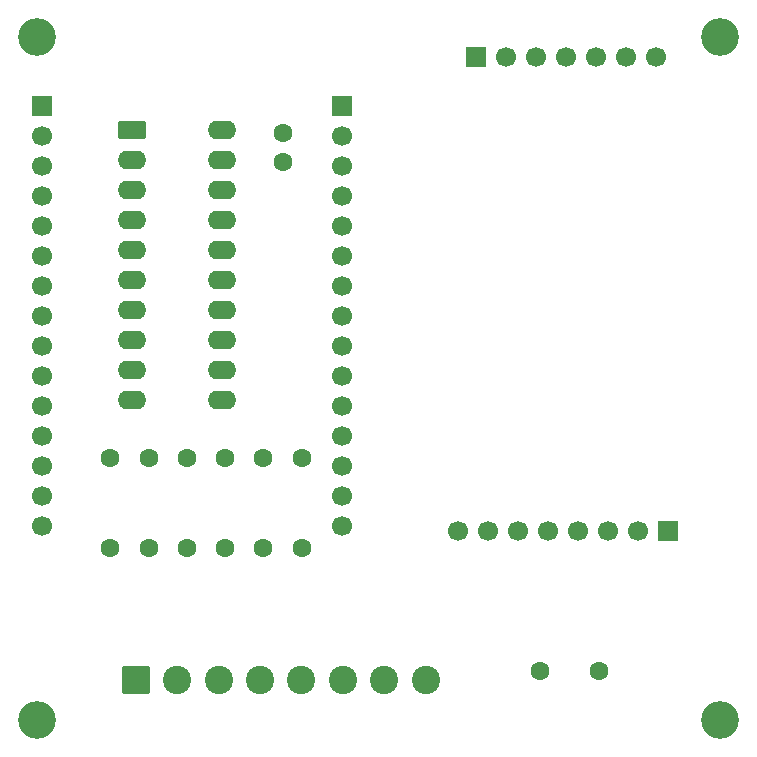
<source format=gts>
%TF.GenerationSoftware,KiCad,Pcbnew,9.0.5*%
%TF.CreationDate,2025-12-28T14:17:38+02:00*%
%TF.ProjectId,base-schematic-02,62617365-2d73-4636-9865-6d617469632d,rev?*%
%TF.SameCoordinates,Original*%
%TF.FileFunction,Soldermask,Top*%
%TF.FilePolarity,Negative*%
%FSLAX46Y46*%
G04 Gerber Fmt 4.6, Leading zero omitted, Abs format (unit mm)*
G04 Created by KiCad (PCBNEW 9.0.5) date 2025-12-28 14:17:38*
%MOMM*%
%LPD*%
G01*
G04 APERTURE LIST*
G04 Aperture macros list*
%AMRoundRect*
0 Rectangle with rounded corners*
0 $1 Rounding radius*
0 $2 $3 $4 $5 $6 $7 $8 $9 X,Y pos of 4 corners*
0 Add a 4 corners polygon primitive as box body*
4,1,4,$2,$3,$4,$5,$6,$7,$8,$9,$2,$3,0*
0 Add four circle primitives for the rounded corners*
1,1,$1+$1,$2,$3*
1,1,$1+$1,$4,$5*
1,1,$1+$1,$6,$7*
1,1,$1+$1,$8,$9*
0 Add four rect primitives between the rounded corners*
20,1,$1+$1,$2,$3,$4,$5,0*
20,1,$1+$1,$4,$5,$6,$7,0*
20,1,$1+$1,$6,$7,$8,$9,0*
20,1,$1+$1,$8,$9,$2,$3,0*%
G04 Aperture macros list end*
%ADD10C,1.600000*%
%ADD11C,2.400000*%
%ADD12RoundRect,0.250001X-0.949999X-0.949999X0.949999X-0.949999X0.949999X0.949999X-0.949999X0.949999X0*%
%ADD13R,1.700000X1.700000*%
%ADD14C,1.700000*%
%ADD15C,3.200000*%
%ADD16RoundRect,0.250000X-0.950000X-0.550000X0.950000X-0.550000X0.950000X0.550000X-0.950000X0.550000X0*%
%ADD17O,2.400000X1.600000*%
G04 APERTURE END LIST*
D10*
%TO.C,C2*%
X96160000Y-107270000D03*
X101160000Y-107270000D03*
%TD*%
D11*
%TO.C,J4*%
X86500000Y-108000000D03*
X83000000Y-108000000D03*
X79500000Y-108000000D03*
X76000000Y-108000000D03*
X72500000Y-108000000D03*
X69000000Y-108000000D03*
X65500000Y-108000000D03*
D12*
X62000000Y-108000000D03*
%TD*%
D10*
%TO.C,C1*%
X74440000Y-61710000D03*
X74440000Y-64210000D03*
%TD*%
D13*
%TO.C,J2*%
X79400000Y-59460000D03*
D14*
X79400000Y-62000000D03*
X79400000Y-64540000D03*
X79400000Y-67080000D03*
X79400000Y-69620000D03*
X79400000Y-72160000D03*
X79400000Y-74700000D03*
X79400000Y-77240000D03*
X79400000Y-79780000D03*
X79400000Y-82320000D03*
X79400000Y-84860000D03*
X79400000Y-87400000D03*
X79400000Y-89940000D03*
X79400000Y-92480000D03*
X79400000Y-95020000D03*
%TD*%
D13*
%TO.C,J1*%
X54000000Y-59460000D03*
D14*
X54000000Y-62000000D03*
X54000000Y-64540000D03*
X54000000Y-67080000D03*
X54000000Y-69620000D03*
X54000000Y-72160000D03*
X54000000Y-74700000D03*
X54000000Y-77240000D03*
X54000000Y-79780000D03*
X54000000Y-82320000D03*
X54000000Y-84860000D03*
X54000000Y-87400000D03*
X54000000Y-89940000D03*
X54000000Y-92480000D03*
X54000000Y-95020000D03*
%TD*%
D15*
%TO.C,H1*%
X53600000Y-53600000D03*
%TD*%
D10*
%TO.C,R2*%
X63053000Y-89255000D03*
X63053000Y-96875000D03*
%TD*%
%TO.C,R1*%
X59810000Y-89255000D03*
X59810000Y-96875000D03*
%TD*%
D13*
%TO.C,J3-DAC1*%
X90750000Y-55325000D03*
D14*
X93290000Y-55325000D03*
X95830000Y-55325000D03*
X98370000Y-55325000D03*
X100910000Y-55325000D03*
X103450000Y-55325000D03*
X105990000Y-55325000D03*
%TD*%
D15*
%TO.C,H4*%
X53600000Y-111400000D03*
%TD*%
D10*
%TO.C,R4*%
X69539000Y-89255000D03*
X69539000Y-96875000D03*
%TD*%
%TO.C,R6*%
X76025000Y-89255000D03*
X76025000Y-96875000D03*
%TD*%
%TO.C,R5*%
X72782000Y-89255000D03*
X72782000Y-96875000D03*
%TD*%
%TO.C,R3*%
X66296000Y-89255000D03*
X66296000Y-96875000D03*
%TD*%
D16*
%TO.C,U1*%
X61650000Y-61510000D03*
D17*
X61650000Y-64050000D03*
X61650000Y-66590000D03*
X61650000Y-69130000D03*
X61650000Y-71670000D03*
X61650000Y-74210000D03*
X61650000Y-76750000D03*
X61650000Y-79290000D03*
X61650000Y-81830000D03*
X61650000Y-84370000D03*
X69270000Y-84370000D03*
X69270000Y-81830000D03*
X69270000Y-79290000D03*
X69270000Y-76750000D03*
X69270000Y-74210000D03*
X69270000Y-71670000D03*
X69270000Y-69130000D03*
X69270000Y-66590000D03*
X69270000Y-64050000D03*
X69270000Y-61510000D03*
%TD*%
D15*
%TO.C,H3*%
X111450000Y-111430000D03*
%TD*%
%TO.C,H2*%
X111400000Y-53600000D03*
%TD*%
D13*
%TO.C,J4-IMU1*%
X107009138Y-95394959D03*
D14*
X104469138Y-95394959D03*
X101929138Y-95394959D03*
X99389138Y-95394959D03*
X96849138Y-95394959D03*
X94309138Y-95394959D03*
X91769138Y-95394959D03*
X89229138Y-95394959D03*
%TD*%
M02*

</source>
